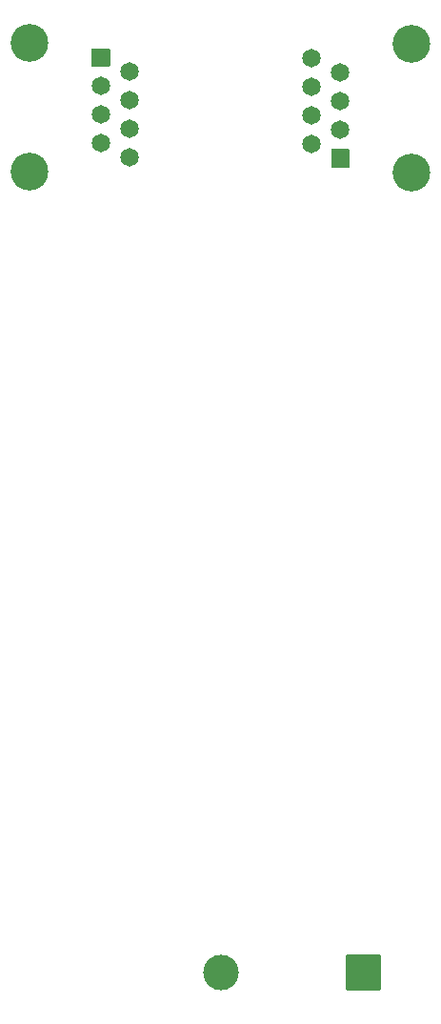
<source format=gbs>
G04 #@! TF.GenerationSoftware,KiCad,Pcbnew,6.0.10-86aedd382b~118~ubuntu18.04.1*
G04 #@! TF.CreationDate,2024-08-26T14:05:47-06:00*
G04 #@! TF.ProjectId,mss-debug,6d73732d-6465-4627-9567-2e6b69636164,rev?*
G04 #@! TF.SameCoordinates,Original*
G04 #@! TF.FileFunction,Soldermask,Bot*
G04 #@! TF.FilePolarity,Negative*
%FSLAX46Y46*%
G04 Gerber Fmt 4.6, Leading zero omitted, Abs format (unit mm)*
G04 Created by KiCad (PCBNEW 6.0.10-86aedd382b~118~ubuntu18.04.1) date 2024-08-26 14:05:47*
%MOMM*%
%LPD*%
G01*
G04 APERTURE LIST*
%ADD10C,3.352400*%
%ADD11C,1.652400*%
%ADD12C,3.152400*%
G04 APERTURE END LIST*
D10*
X33802000Y-116875500D03*
X33802000Y-105445500D03*
G36*
G01*
X39402000Y-105889300D02*
X40902000Y-105889300D01*
G75*
G02*
X40978200Y-105965500I0J-76200D01*
G01*
X40978200Y-107465500D01*
G75*
G02*
X40902000Y-107541700I-76200J0D01*
G01*
X39402000Y-107541700D01*
G75*
G02*
X39325800Y-107465500I0J76200D01*
G01*
X39325800Y-105965500D01*
G75*
G02*
X39402000Y-105889300I76200J0D01*
G01*
G37*
D11*
X42692000Y-107985500D03*
X40152000Y-109255500D03*
X42692000Y-110525500D03*
X40152000Y-111795500D03*
X42692000Y-113065500D03*
X40152000Y-114335500D03*
X42692000Y-115605500D03*
D10*
X67798000Y-116931500D03*
X67798000Y-105501500D03*
G36*
G01*
X62198000Y-116487700D02*
X60698000Y-116487700D01*
G75*
G02*
X60621800Y-116411500I0J76200D01*
G01*
X60621800Y-114911500D01*
G75*
G02*
X60698000Y-114835300I76200J0D01*
G01*
X62198000Y-114835300D01*
G75*
G02*
X62274200Y-114911500I0J-76200D01*
G01*
X62274200Y-116411500D01*
G75*
G02*
X62198000Y-116487700I-76200J0D01*
G01*
G37*
D11*
X58908000Y-114391500D03*
X61448000Y-113121500D03*
X58908000Y-111851500D03*
X61448000Y-110581500D03*
X58908000Y-109311500D03*
X61448000Y-108041500D03*
X58908000Y-106771500D03*
G36*
G01*
X65000000Y-189536200D02*
X62000000Y-189536200D01*
G75*
G02*
X61923800Y-189460000I0J76200D01*
G01*
X61923800Y-186460000D01*
G75*
G02*
X62000000Y-186383800I76200J0D01*
G01*
X65000000Y-186383800D01*
G75*
G02*
X65076200Y-186460000I0J-76200D01*
G01*
X65076200Y-189460000D01*
G75*
G02*
X65000000Y-189536200I-76200J0D01*
G01*
G37*
D12*
X50800000Y-187960000D03*
M02*

</source>
